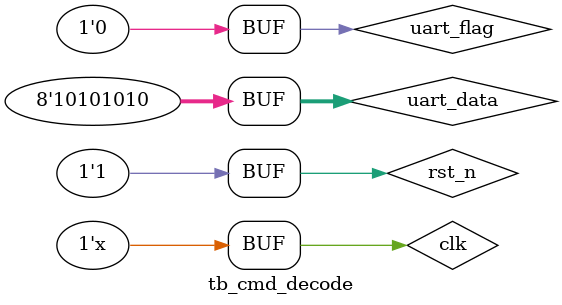
<source format=v>
`timescale 1ns/1ns

module tb_cmd_decode();

reg			clk			;
reg			rst_n		;

reg			uart_flag	;
reg	 [7:0]	uart_data	;

wire wfifo_wr_en	;
wire [7:0] wfifo_data		;
wire wr_trig		;
wire rd_trig		;

initial begin
	clk			<=	1	;
	rst_n		<=	0	;
	#100
	rst_n		<=	1	;
	end
	
always #10	clk	=	~clk	;


initial begin
	uart_flag   =    0;
	uart_data   =    0;
	#200
	uart_flag	=	1;
	uart_data	=	8'h55;
	#10
	uart_flag	=	0;
	#200
	uart_flag	=	1;
	uart_data	=	8'h12;
	#10
	uart_flag	=	0;
	#200
	uart_flag	=	1;
	uart_data	=	8'h34;
	#10
	uart_flag	=	0;
	#200
	uart_flag	=	1;
	uart_data	=	8'h56;
	#10
	uart_flag	=	0;
	#200
	uart_flag	=	1;
	uart_data	=	8'h78;
	#10
	uart_flag	=	0;
	#200
	uart_flag	=	1;
	uart_data	=	8'haa;
	#10
	uart_flag	=	0;
end







cmd_decode cmd_decode_inst(
	.clk				(clk		)		,	    // input				
	.rst_n				(rst_n		)		,       // input				
	.uart_flag			(uart_flag		)		,       // input				
	.uart_data			(uart_data		)		,       // input		[ 7:0]	
	.wfifo_wr_en		(wfifo_wr_en)		,       // output				
	.wfifo_data			(wfifo_data	)		,       // output				
	.wr_trig			(wr_trig	)		,       // output 				
	.rd_trig			(rd_trig	)		       // output				
	
);


endmodule
</source>
